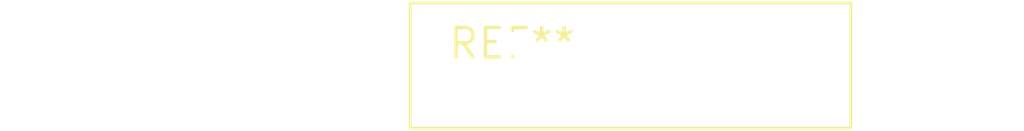
<source format=kicad_pcb>
(kicad_pcb (version 20240108) (generator pcbnew)
  (layers (0 "F.Cu" signal) (31 "B.Cu" signal) (34 "B.Paste" user) (35 "F.Paste" user) (36 "B.SilkS" user "B.Silkscreen") (37 "F.SilkS" user "F.Silkscreen") (38 "B.Mask" user) (39 "F.Mask" user) (44 "Edge.Cuts" user))
  (net 0 "")
  (footprint "Fuse_BelFuse_0ZRE0100FF_L18.7mm_W5.1mm" (layer "F.Cu") (at 0 0)
    (property "Reference" "REF**")
    (property "Value" "Fuse_BelFuse_0ZRE0100FF_L18.7mm_W5.1mm")
    (fp_line (start -4.4 -1.75) (end -4.4 3.65) (layer "F.SilkS") (stroke (width 0.12)))
    (fp_line (start -4.4 -1.75) (end 14.6 -1.75) (layer "F.SilkS") (stroke (width 0.12)))
    (fp_line (start -4.4 3.65) (end 14.6 3.65) (layer "F.SilkS") (stroke (width 0.12)))
    (fp_line (start 14.6 -1.75) (end 14.6 3.65) (layer "F.SilkS") (stroke (width 0.12)))
    (pad "1" thru_hole circle (at 0 0) (size 1.56 1.56) (drill 1.01) (layers *.Cu *.Mask) (remove_unused_layers))
    (pad "2" thru_hole circle (at 10.2 1.9) (size 1.56 1.56) (drill 1.01) (layers *.Cu *.Mask) (remove_unused_layers))
  )
)
</source>
